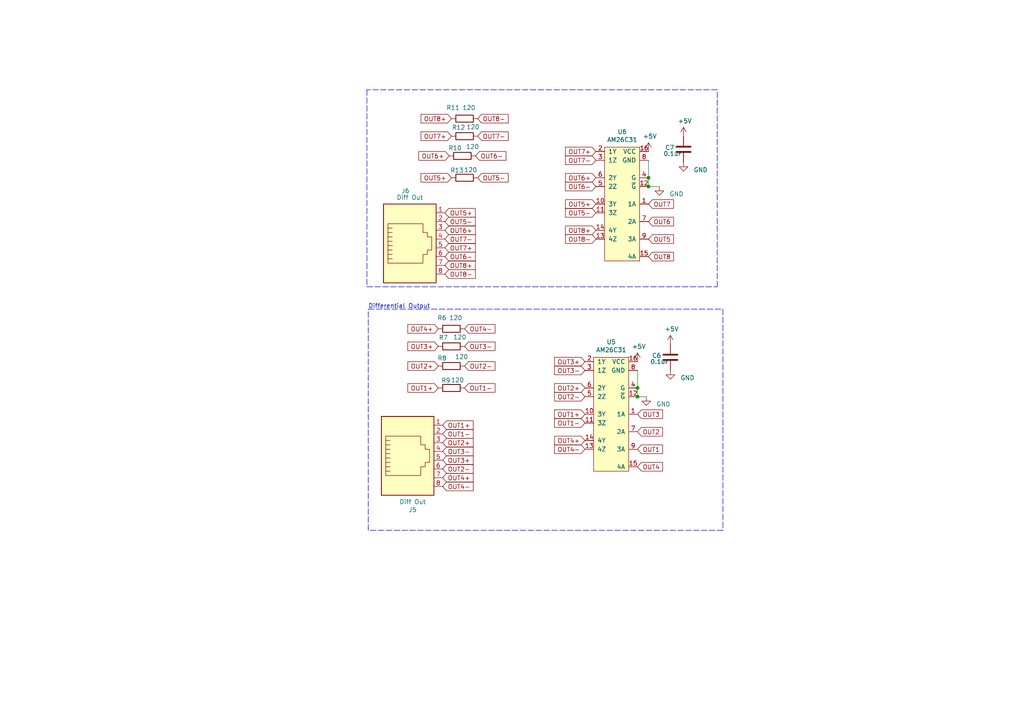
<source format=kicad_sch>
(kicad_sch (version 20211123) (generator eeschema)
  (paper "A4")
  (title_block (title "Pi_Zero_24_Diff") (date "2022-08-20") (rev "v1") (company "Scott Hanson"))
  (lib_symbols
    (symbol "AM26C31:AM26C31" (pin_names (offset 1.016))
      (property "Reference" "IC" (at -5.08 17.78 0))
      (property "Value" "AM26C31_AM26C31" (at -5.08 -17.78 0))
      (symbol "AM26C31_0_0"
        (pin input line (at -7.62 0 0) (length 2.54) (name "1A") (number "1"))
        (pin output line (at 7.62 0 180) (length 2.54) (name "3Y") (number "10"))
        (pin output line (at 7.62 -2.54 180) (length 2.54) (name "3Z") (number "11"))
        (pin input line (at -7.62 5.08 0) (length 2.54) (name "~{G}") (number "12"))
        (pin output line (at 7.62 -10.16 180) (length 2.54) (name "4Z") (number "13"))
        (pin output line (at 7.62 -7.62 180) (length 2.54) (name "4Y") (number "14"))
        (pin input line (at -7.62 -15.24 0) (length 2.54) (name "4A") (number "15"))
        (pin power_in line (at -7.62 15.24 0) (length 2.54) (name "VCC") (number "16"))
        (pin output line (at 7.62 15.24 180) (length 2.54) (name "1Y") (number "2"))
        (pin output line (at 7.62 12.7 180) (length 2.54) (name "1Z") (number "3"))
        (pin input line (at -7.62 7.62 0) (length 2.54) (name "G") (number "4"))
        (pin output line (at 7.62 5.08 180) (length 2.54) (name "2Z") (number "5"))
        (pin output line (at 7.62 7.62 180) (length 2.54) (name "2Y") (number "6"))
        (pin input line (at -7.62 -5.08 0) (length 2.54) (name "2A") (number "7"))
        (pin power_in line (at -7.62 12.7 0) (length 2.54) (name "GND") (number "8"))
        (pin input line (at -7.62 -10.16 0) (length 2.54) (name "3A") (number "9"))
      )
      (symbol "AM26C31_0_1"
        (rectangle (start -5.08 16.51) (end 5.08 -16.51) (fill (type background)))
      )
    )
    (symbol "Connector:RJ45" (pin_names (offset 1.016))
      (property "Reference" "J" (at -5.08 13.97 0))
      (property "Value" "RJ45" (at 2.54 13.97 0))
      (symbol "RJ45_0_1"
        (polyline (pts (xy -5.08 4.445) (xy -6.35 4.445)))
        (polyline (pts (xy -5.08 5.715) (xy -6.35 5.715)))
        (polyline (pts (xy -6.35 -3.175) (xy -5.08 -3.175) (xy -5.08 -3.175)))
        (polyline (pts (xy -6.35 -1.905) (xy -5.08 -1.905) (xy -5.08 -1.905)))
        (polyline (pts (xy -6.35 -0.635) (xy -5.08 -0.635) (xy -5.08 -0.635)))
        (polyline (pts (xy -6.35 0.635) (xy -5.08 0.635) (xy -5.08 0.635)))
        (polyline (pts (xy -6.35 1.905) (xy -5.08 1.905) (xy -5.08 1.905)))
        (polyline (pts (xy -5.08 3.175) (xy -6.35 3.175) (xy -6.35 3.175)))
        (polyline (pts (xy -6.35 -4.445) (xy -6.35 6.985) (xy 3.81 6.985) (xy 3.81 4.445) (xy 5.08 4.445) (xy 5.08 3.175) (xy 6.35 3.175) (xy 6.35 -0.635) (xy 5.08 -0.635) (xy 5.08 -1.905) (xy 3.81 -1.905) (xy 3.81 -4.445) (xy -6.35 -4.445) (xy -6.35 -4.445)))
        (rectangle (start 7.62 12.7) (end -7.62 -10.16) (stroke (width 0.254)) (fill (type background)))
      )
      (symbol "RJ45_1_1"
        (pin passive line (at 10.16 -7.62 180) (length 2.54) (name "~") (number "1"))
        (pin passive line (at 10.16 -5.08 180) (length 2.54) (name "~") (number "2"))
        (pin passive line (at 10.16 -2.54 180) (length 2.54) (name "~") (number "3"))
        (pin passive line (at 10.16 0 180) (length 2.54) (name "~") (number "4"))
        (pin passive line (at 10.16 2.54 180) (length 2.54) (name "~") (number "5"))
        (pin passive line (at 10.16 5.08 180) (length 2.54) (name "~") (number "6"))
        (pin passive line (at 10.16 7.62 180) (length 2.54) (name "~") (number "7"))
        (pin passive line (at 10.16 10.16 180) (length 2.54) (name "~") (number "8"))
      )
    )
    (symbol "Device:C" (pin_numbers hide) (pin_names (offset 0.254))
      (property "Reference" "C" (at 0.635 2.54 0))
      (property "Value" "C" (at 0.635 -2.54 0))
      (symbol "C_0_1"
        (polyline (pts (xy -2.032 -0.762) (xy 2.032 -0.762)) (stroke (width 0.508)))
        (polyline (pts (xy -2.032 0.762) (xy 2.032 0.762)) (stroke (width 0.508)))
      )
      (symbol "C_1_1"
        (pin passive line (at 0 3.81 270) (length 2.794) (name "~") (number "1"))
        (pin passive line (at 0 -3.81 90) (length 2.794) (name "~") (number "2"))
      )
    )
    (symbol "Device:R" (pin_numbers hide) (pin_names (offset 0))
      (property "Reference" "R" (at 2.032 0 90))
      (property "Value" "R" (at 0 0 90))
      (symbol "R_0_1"
        (rectangle (start -1.016 -2.54) (end 1.016 2.54) (stroke (width 0.254)))
      )
      (symbol "R_1_1"
        (pin passive line (at 0 3.81 270) (length 1.27) (name "~") (number "1"))
        (pin passive line (at 0 -3.81 90) (length 1.27) (name "~") (number "2"))
      )
    )
    (symbol "power:+5V" (power) (pin_names (offset 0))
      (property "Value" "+5V" (at 0 3.556 0))
      (symbol "+5V_0_1"
        (polyline (pts (xy -0.762 1.27) (xy 0 2.54)))
        (polyline (pts (xy 0 0) (xy 0 2.54)))
        (polyline (pts (xy 0 2.54) (xy 0.762 1.27)))
      )
      (symbol "+5V_1_1"
        (pin power_in line (at 0 0 90) (length 0) hide (name "+5V") (number "1"))
      )
    )
    (symbol "power:GND" (power) (pin_names (offset 0))
      (property "Value" "GND" (at 0 -3.81 0))
      (symbol "GND_0_1"
        (polyline (pts (xy 0 0) (xy 0 -1.27) (xy 1.27 -1.27) (xy 0 -2.54) (xy -1.27 -1.27) (xy 0 -1.27)))
      )
      (symbol "GND_1_1"
        (pin power_in line (at 0 0 270) (length 0) hide (name "GND") (number "1"))
      )
    )
  )
  (junction (at 184.912 115.062))
  (junction (at 184.912 112.522))
  (junction (at 188.087 51.562))
  (junction (at 188.087 54.102))
  (polyline (pts (xy 209.677 153.797) (xy 106.807 153.797)))
  (polyline (pts (xy 209.677 89.662) (xy 209.677 153.797)))
  (polyline (pts (xy 208.026 26.035) (xy 106.426 26.035)))
  (polyline (pts (xy 106.807 153.797) (xy 106.807 89.662)))
  (wire (pts (xy 188.087 46.482) (xy 188.087 51.562)))
  (wire (pts (xy 188.087 54.102) (xy 191.262 54.102)))
  (polyline (pts (xy 106.426 26.035) (xy 106.426 83.185)))
  (wire (pts (xy 184.912 107.442) (xy 184.912 112.522)))
  (polyline (pts (xy 106.426 83.185) (xy 208.026 83.185)))
  (wire (pts (xy 188.087 51.562) (xy 188.087 54.102)))
  (wire (pts (xy 184.912 112.522) (xy 184.912 115.062)))
  (polyline (pts (xy 106.807 89.662) (xy 209.677 89.662)))
  (wire (pts (xy 184.912 115.062) (xy 187.452 115.062)))
  (polyline (pts (xy 208.026 83.185) (xy 208.026 26.035)))
  (text "Differential Output" (at 106.807 89.662 0) (effects (font (size 1.27 1.27)) (justify left bottom)))
  (global_label "OUT5-" (shape input) (at 129.032 64.262 0) (property "Intersheet References" "${INTERSHEET_REFS}" (effects hide)))
  (global_label "OUT4+" (shape input) (at 169.672 127.762 180) (property "Intersheet References" "${INTERSHEET_REFS}" (effects hide)))
  (global_label "OUT7" (shape input) (at 188.087 59.182 0) (property "Intersheet References" "${INTERSHEET_REFS}" (effects hide)))
  (global_label "OUT5" (shape input) (at 188.087 69.342 0) (property "Intersheet References" "${INTERSHEET_REFS}" (effects hide)))
  (global_label "OUT6+" (shape input) (at 172.847 51.562 180) (property "Intersheet References" "${INTERSHEET_REFS}" (effects hide)))
  (global_label "OUT6+" (shape input) (at 129.032 66.802 0) (property "Intersheet References" "${INTERSHEET_REFS}" (effects hide)))
  (global_label "OUT8+" (shape input) (at 172.847 66.802 180) (property "Intersheet References" "${INTERSHEET_REFS}" (effects hide)))
  (global_label "OUT6+" (shape input) (at 130.302 45.212 180) (property "Intersheet References" "${INTERSHEET_REFS}" (effects hide)))
  (global_label "OUT2+" (shape input) (at 128.397 128.397 0) (property "Intersheet References" "${INTERSHEET_REFS}" (effects hide)))
  (global_label "OUT2+" (shape input) (at 169.672 112.522 180) (property "Intersheet References" "${INTERSHEET_REFS}" (effects hide)))
  (global_label "OUT7-" (shape input) (at 129.032 69.342 0) (property "Intersheet References" "${INTERSHEET_REFS}" (effects hide)))
  (global_label "OUT3" (shape input) (at 184.912 120.142 0) (property "Intersheet References" "${INTERSHEET_REFS}" (effects hide)))
  (global_label "OUT1+" (shape input) (at 128.397 123.317 0) (property "Intersheet References" "${INTERSHEET_REFS}" (effects hide)))
  (global_label "OUT1+" (shape input) (at 127.127 112.522 180) (property "Intersheet References" "${INTERSHEET_REFS}" (effects hide)))
  (global_label "OUT3-" (shape input) (at 128.397 130.937 0) (property "Intersheet References" "${INTERSHEET_REFS}" (effects hide)))
  (global_label "OUT3-" (shape input) (at 169.672 107.442 180) (property "Intersheet References" "${INTERSHEET_REFS}" (effects hide)))
  (global_label "OUT4-" (shape input) (at 134.747 95.377 0) (property "Intersheet References" "${INTERSHEET_REFS}" (effects hide)))
  (global_label "OUT8+" (shape input) (at 130.937 34.417 180) (property "Intersheet References" "${INTERSHEET_REFS}" (effects hide)))
  (global_label "OUT4+" (shape input) (at 128.397 138.557 0) (property "Intersheet References" "${INTERSHEET_REFS}" (effects hide)))
  (global_label "OUT3+" (shape input) (at 127.127 100.457 180) (property "Intersheet References" "${INTERSHEET_REFS}" (effects hide)))
  (global_label "OUT8-" (shape input) (at 138.557 34.417 0) (property "Intersheet References" "${INTERSHEET_REFS}" (effects hide)))
  (global_label "OUT2" (shape input) (at 184.912 125.222 0) (property "Intersheet References" "${INTERSHEET_REFS}" (effects hide)))
  (global_label "OUT4" (shape input) (at 184.912 135.382 0) (property "Intersheet References" "${INTERSHEET_REFS}" (effects hide)))
  (global_label "OUT6-" (shape input) (at 129.032 74.422 0) (property "Intersheet References" "${INTERSHEET_REFS}" (effects hide)))
  (global_label "OUT7-" (shape input) (at 138.557 39.497 0) (property "Intersheet References" "${INTERSHEET_REFS}" (effects hide)))
  (global_label "OUT5+" (shape input) (at 130.937 51.562 180) (property "Intersheet References" "${INTERSHEET_REFS}" (effects hide)))
  (global_label "OUT2-" (shape input) (at 134.747 106.172 0) (property "Intersheet References" "${INTERSHEET_REFS}" (effects hide)))
  (global_label "OUT8+" (shape input) (at 129.032 76.962 0) (property "Intersheet References" "${INTERSHEET_REFS}" (effects hide)))
  (global_label "OUT4-" (shape input) (at 128.397 141.097 0) (property "Intersheet References" "${INTERSHEET_REFS}" (effects hide)))
  (global_label "OUT4+" (shape input) (at 127.127 95.377 180) (property "Intersheet References" "${INTERSHEET_REFS}" (effects hide)))
  (global_label "OUT5-" (shape input) (at 172.847 61.722 180) (property "Intersheet References" "${INTERSHEET_REFS}" (effects hide)))
  (global_label "OUT1-" (shape input) (at 169.672 122.682 180) (property "Intersheet References" "${INTERSHEET_REFS}" (effects hide)))
  (global_label "OUT3+" (shape input) (at 128.397 133.477 0) (property "Intersheet References" "${INTERSHEET_REFS}" (effects hide)))
  (global_label "OUT6" (shape input) (at 188.087 64.262 0) (property "Intersheet References" "${INTERSHEET_REFS}" (effects hide)))
  (global_label "OUT1" (shape input) (at 184.912 130.302 0) (property "Intersheet References" "${INTERSHEET_REFS}" (effects hide)))
  (global_label "OUT7-" (shape input) (at 172.847 46.482 180) (property "Intersheet References" "${INTERSHEET_REFS}" (effects hide)))
  (global_label "OUT5-" (shape input) (at 138.557 51.562 0) (property "Intersheet References" "${INTERSHEET_REFS}" (effects hide)))
  (global_label "OUT6-" (shape input) (at 137.922 45.212 0) (property "Intersheet References" "${INTERSHEET_REFS}" (effects hide)))
  (global_label "OUT7+" (shape input) (at 172.847 43.942 180) (property "Intersheet References" "${INTERSHEET_REFS}" (effects hide)))
  (global_label "OUT8-" (shape input) (at 129.032 79.502 0) (property "Intersheet References" "${INTERSHEET_REFS}" (effects hide)))
  (global_label "OUT5+" (shape input) (at 129.032 61.722 0) (property "Intersheet References" "${INTERSHEET_REFS}" (effects hide)))
  (global_label "OUT2-" (shape input) (at 128.397 136.017 0) (property "Intersheet References" "${INTERSHEET_REFS}" (effects hide)))
  (global_label "OUT7+" (shape input) (at 130.937 39.497 180) (property "Intersheet References" "${INTERSHEET_REFS}" (effects hide)))
  (global_label "OUT6-" (shape input) (at 172.847 54.102 180) (property "Intersheet References" "${INTERSHEET_REFS}" (effects hide)))
  (global_label "OUT2-" (shape input) (at 169.672 115.062 180) (property "Intersheet References" "${INTERSHEET_REFS}" (effects hide)))
  (global_label "OUT3-" (shape input) (at 134.747 100.457 0) (property "Intersheet References" "${INTERSHEET_REFS}" (effects hide)))
  (global_label "OUT7+" (shape input) (at 129.032 71.882 0) (property "Intersheet References" "${INTERSHEET_REFS}" (effects hide)))
  (global_label "OUT1-" (shape input) (at 134.747 112.522 0) (property "Intersheet References" "${INTERSHEET_REFS}" (effects hide)))
  (global_label "OUT3+" (shape input) (at 169.672 104.902 180) (property "Intersheet References" "${INTERSHEET_REFS}" (effects hide)))
  (global_label "OUT8-" (shape input) (at 172.847 69.342 180) (property "Intersheet References" "${INTERSHEET_REFS}" (effects hide)))
  (global_label "OUT5+" (shape input) (at 172.847 59.182 180) (property "Intersheet References" "${INTERSHEET_REFS}" (effects hide)))
  (global_label "OUT4-" (shape input) (at 169.672 130.302 180) (property "Intersheet References" "${INTERSHEET_REFS}" (effects hide)))
  (global_label "OUT8" (shape input) (at 188.087 74.422 0) (property "Intersheet References" "${INTERSHEET_REFS}" (effects hide)))
  (global_label "OUT1-" (shape input) (at 128.397 125.857 0) (property "Intersheet References" "${INTERSHEET_REFS}" (effects hide)))
  (global_label "OUT1+" (shape input) (at 169.672 120.142 180) (property "Intersheet References" "${INTERSHEET_REFS}" (effects hide)))
  (global_label "OUT2+" (shape input) (at 127.127 106.172 180) (property "Intersheet References" "${INTERSHEET_REFS}" (effects hide)))
  (symbol (lib_id "power:GND") (at 187.452 115.062 0) (unit 1)
    (property "Reference" "#PWR031" (effects hide))
    (property "Value" "GND" (at 192.405 117.221 0))
  )
  (symbol (lib_id "Device:R") (at 130.937 100.457 270) (unit 1)
    (property "Reference" "R7" (at 127.254 97.917 90) (effects (justify left)))
    (property "Value" "120" (at 131.445 97.79 90) (effects (justify left)))
    (property "Digi-Key_PN" "A129677CT-ND" (effects hide))
    (property "MPN" "CRGCQ0603F120R" (effects hide))
    (property "LCSC" "C22787" (effects hide))
  )
  (symbol (lib_id "Device:C") (at 194.437 103.632 0) (unit 1)
    (property "Reference" "C6" (at 189.103 103.124 0) (effects (justify left)))
    (property "Value" "0.1uF" (at 188.595 104.902 0) (effects (justify left)))
    (property "Digi-Key_PN" "1276-1935-2-ND" (effects hide))
    (property "MPN" "CL10B104KB8NNWC" (effects hide))
    (property "LCSC" "C14663" (effects hide))
  )
  (symbol (lib_id "power:+5V") (at 198.247 39.497 0) (unit 1)
    (property "Reference" "#PWR036" (effects hide))
    (property "Value" "+5V" (at 198.628 35.1028 0))
  )
  (symbol (lib_id "Device:C") (at 198.247 43.307 0) (unit 1)
    (property "Reference" "C7" (at 192.913 42.799 0) (effects (justify left)))
    (property "Value" "0.1uF" (at 192.405 44.577 0) (effects (justify left)))
    (property "Digi-Key_PN" "1276-1935-2-ND" (effects hide))
    (property "MPN" "CL10B104KB8NNWC" (effects hide))
    (property "LCSC" "C14663" (effects hide))
  )
  (symbol (lib_id "power:+5V") (at 188.087 43.942 0) (unit 1)
    (property "Reference" "#PWR032" (effects hide))
    (property "Value" "+5V" (at 188.468 39.5478 0))
  )
  (symbol (lib_id "Device:R") (at 134.747 34.417 90) (unit 1)
    (property "Reference" "R11" (at 133.35 31.242 90) (effects (justify left)))
    (property "Value" "120" (at 137.922 31.242 90) (effects (justify left)))
    (property "Digi-Key_PN" "A129677CT-ND" (effects hide))
    (property "MPN" "CRGCQ0603F120R" (effects hide))
    (property "LCSC" "C22787" (effects hide))
  )
  (symbol (lib_id "power:+5V") (at 184.912 104.902 0) (unit 1)
    (property "Reference" "#PWR030" (effects hide))
    (property "Value" "+5V" (at 185.293 100.5078 0))
  )
  (symbol (lib_id "Device:R") (at 130.937 106.172 270) (unit 1)
    (property "Reference" "R8" (at 126.873 103.886 90) (effects (justify left)))
    (property "Value" "120" (at 131.953 103.505 90) (effects (justify left)))
    (property "Digi-Key_PN" "A129677CT-ND" (effects hide))
    (property "MPN" "CRGCQ0603F120R" (effects hide))
    (property "LCSC" "C22787" (effects hide))
  )
  (symbol (lib_id "Device:R") (at 134.747 51.562 90) (unit 1)
    (property "Reference" "R13" (at 134.493 49.403 90) (effects (justify left)))
    (property "Value" "120" (at 138.43 49.276 90) (effects (justify left)))
    (property "Digi-Key_PN" "A129677CT-ND" (effects hide))
    (property "MPN" "CRGCQ0603F120R" (effects hide))
    (property "LCSC" "C22787" (effects hide))
  )
  (symbol (lib_id "Device:R") (at 134.747 39.497 270) (unit 1)
    (property "Reference" "R12" (at 131.064 36.957 90) (effects (justify left)))
    (property "Value" "120" (at 135.255 36.83 90) (effects (justify left)))
    (property "Digi-Key_PN" "A129677CT-ND" (effects hide))
    (property "MPN" "CRGCQ0603F120R" (effects hide))
    (property "LCSC" "C22787" (effects hide))
  )
  (symbol (lib_id "Device:R") (at 130.937 95.377 90) (unit 1)
    (property "Reference" "R6" (at 129.54 92.202 90) (effects (justify left)))
    (property "Value" "120" (at 134.112 92.202 90) (effects (justify left)))
    (property "Digi-Key_PN" "A129677CT-ND" (effects hide))
    (property "MPN" "CRGCQ0603F120R" (effects hide))
    (property "LCSC" "C22787" (effects hide))
  )
  (symbol (lib_id "AM26C31:AM26C31") (at 180.467 59.182 0) (mirror y) (unit 1)
    (property "Reference" "U6" (at 180.467 38.227 0))
    (property "Value" "AM26C31" (at 180.467 40.5384 0))
    (property "Datasheet" "http://www.ti.com.cn/cn/lit/ds/symlink/am26c31.pdf" (effects hide))
    (property "Farnell" "4975637" (effects hide))
    (property "Digi-Key_PN" "296-24344-1-ND" (effects hide))
    (property "MPN" "AM26C31IDR" (effects hide))
    (property "LCSC" "C157476" (effects hide))
  )
  (symbol (lib_id "Device:R") (at 134.112 45.212 270) (unit 1)
    (property "Reference" "R10" (at 130.048 42.926 90) (effects (justify left)))
    (property "Value" "120" (at 135.128 42.545 90) (effects (justify left)))
    (property "Digi-Key_PN" "A129677CT-ND" (effects hide))
    (property "MPN" "CRGCQ0603F120R" (effects hide))
    (property "LCSC" "C22787" (effects hide))
  )
  (symbol (lib_id "power:GND") (at 194.437 107.442 0) (unit 1)
    (property "Reference" "#PWR035" (effects hide))
    (property "Value" "GND" (at 199.39 109.601 0))
  )
  (symbol (lib_id "power:GND") (at 191.262 54.102 0) (unit 1)
    (property "Reference" "#PWR033" (effects hide))
    (property "Value" "GND" (at 196.215 56.261 0))
  )
  (symbol (lib_id "Connector:RJ45") (at 118.237 130.937 0) (mirror x) (unit 1)
    (property "Reference" "J5" (at 119.6848 147.8788 0))
    (property "Value" "Diff Out" (at 119.6848 145.5674 0))
    (property "Digi-Key_PN" "AE10392-ND" (effects hide))
    (property "MPN" "X05ADIWA1DY1022" (effects hide))
    (property "LCSC" "C2938579" (effects hide))
  )
  (symbol (lib_id "Device:R") (at 130.937 112.522 90) (unit 1)
    (property "Reference" "R9" (at 130.683 110.363 90) (effects (justify left)))
    (property "Value" "120" (at 134.62 110.236 90) (effects (justify left)))
    (property "Digi-Key_PN" "A129677CT-ND" (effects hide))
    (property "MPN" "CRGCQ0603F120R" (effects hide))
    (property "LCSC" "C22787" (effects hide))
  )
  (symbol (lib_id "Connector:RJ45") (at 118.872 69.342 0) (mirror x) (unit 1)
    (property "Reference" "J6" (at 117.602 55.372 0))
    (property "Value" "Diff Out" (at 118.872 57.277 0))
    (property "Digi-Key_PN" "AE10392-ND" (effects hide))
    (property "MPN" "X05ADIWA1DY1022" (effects hide))
    (property "LCSC" "C2938579" (effects hide))
  )
  (symbol (lib_id "power:+5V") (at 194.437 99.822 0) (unit 1)
    (property "Reference" "#PWR034" (effects hide))
    (property "Value" "+5V" (at 194.818 95.4278 0))
  )
  (symbol (lib_id "power:GND") (at 198.247 47.117 0) (unit 1)
    (property "Reference" "#PWR037" (effects hide))
    (property "Value" "GND" (at 203.2 49.276 0))
  )
  (symbol (lib_id "AM26C31:AM26C31") (at 177.292 120.142 0) (mirror y) (unit 1)
    (property "Reference" "U5" (at 177.292 99.187 0))
    (property "Value" "AM26C31" (at 177.292 101.4984 0))
    (property "Datasheet" "http://www.ti.com.cn/cn/lit/ds/symlink/am26c31.pdf" (effects hide))
    (property "Farnell" "4975637" (effects hide))
    (property "Digi-Key_PN" "296-24344-1-ND" (effects hide))
    (property "MPN" "AM26C31IDR" (effects hide))
    (property "LCSC" "C157476" (effects hide))
  )
)
</source>
